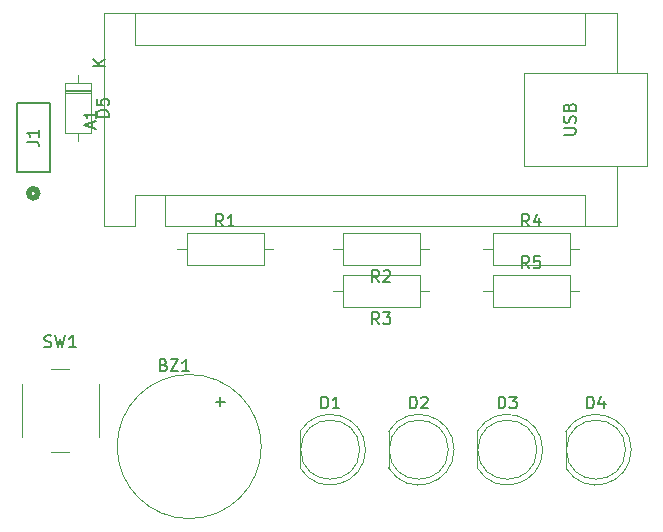
<source format=gbr>
%TF.GenerationSoftware,KiCad,Pcbnew,7.0.1*%
%TF.CreationDate,2024-11-28T00:40:51-08:00*%
%TF.ProjectId,puzzle_room,70757a7a-6c65-45f7-926f-6f6d2e6b6963,rev?*%
%TF.SameCoordinates,Original*%
%TF.FileFunction,Legend,Top*%
%TF.FilePolarity,Positive*%
%FSLAX46Y46*%
G04 Gerber Fmt 4.6, Leading zero omitted, Abs format (unit mm)*
G04 Created by KiCad (PCBNEW 7.0.1) date 2024-11-28 00:40:51*
%MOMM*%
%LPD*%
G01*
G04 APERTURE LIST*
%ADD10C,0.150000*%
%ADD11C,0.120000*%
%ADD12C,0.152400*%
%ADD13C,0.508000*%
G04 APERTURE END LIST*
D10*
%TO.C,BZ1*%
X127389047Y-63184809D02*
X127531904Y-63232428D01*
X127531904Y-63232428D02*
X127579523Y-63280047D01*
X127579523Y-63280047D02*
X127627142Y-63375285D01*
X127627142Y-63375285D02*
X127627142Y-63518142D01*
X127627142Y-63518142D02*
X127579523Y-63613380D01*
X127579523Y-63613380D02*
X127531904Y-63661000D01*
X127531904Y-63661000D02*
X127436666Y-63708619D01*
X127436666Y-63708619D02*
X127055714Y-63708619D01*
X127055714Y-63708619D02*
X127055714Y-62708619D01*
X127055714Y-62708619D02*
X127389047Y-62708619D01*
X127389047Y-62708619D02*
X127484285Y-62756238D01*
X127484285Y-62756238D02*
X127531904Y-62803857D01*
X127531904Y-62803857D02*
X127579523Y-62899095D01*
X127579523Y-62899095D02*
X127579523Y-62994333D01*
X127579523Y-62994333D02*
X127531904Y-63089571D01*
X127531904Y-63089571D02*
X127484285Y-63137190D01*
X127484285Y-63137190D02*
X127389047Y-63184809D01*
X127389047Y-63184809D02*
X127055714Y-63184809D01*
X127960476Y-62708619D02*
X128627142Y-62708619D01*
X128627142Y-62708619D02*
X127960476Y-63708619D01*
X127960476Y-63708619D02*
X128627142Y-63708619D01*
X129531904Y-63708619D02*
X128960476Y-63708619D01*
X129246190Y-63708619D02*
X129246190Y-62708619D01*
X129246190Y-62708619D02*
X129150952Y-62851476D01*
X129150952Y-62851476D02*
X129055714Y-62946714D01*
X129055714Y-62946714D02*
X128960476Y-62994333D01*
X132161666Y-66654951D02*
X132161666Y-65893047D01*
X132542619Y-66273999D02*
X131780714Y-66273999D01*
%TO.C,R5*%
X158329333Y-54978619D02*
X157996000Y-54502428D01*
X157757905Y-54978619D02*
X157757905Y-53978619D01*
X157757905Y-53978619D02*
X158138857Y-53978619D01*
X158138857Y-53978619D02*
X158234095Y-54026238D01*
X158234095Y-54026238D02*
X158281714Y-54073857D01*
X158281714Y-54073857D02*
X158329333Y-54169095D01*
X158329333Y-54169095D02*
X158329333Y-54311952D01*
X158329333Y-54311952D02*
X158281714Y-54407190D01*
X158281714Y-54407190D02*
X158234095Y-54454809D01*
X158234095Y-54454809D02*
X158138857Y-54502428D01*
X158138857Y-54502428D02*
X157757905Y-54502428D01*
X159234095Y-53978619D02*
X158757905Y-53978619D01*
X158757905Y-53978619D02*
X158710286Y-54454809D01*
X158710286Y-54454809D02*
X158757905Y-54407190D01*
X158757905Y-54407190D02*
X158853143Y-54359571D01*
X158853143Y-54359571D02*
X159091238Y-54359571D01*
X159091238Y-54359571D02*
X159186476Y-54407190D01*
X159186476Y-54407190D02*
X159234095Y-54454809D01*
X159234095Y-54454809D02*
X159281714Y-54550047D01*
X159281714Y-54550047D02*
X159281714Y-54788142D01*
X159281714Y-54788142D02*
X159234095Y-54883380D01*
X159234095Y-54883380D02*
X159186476Y-54931000D01*
X159186476Y-54931000D02*
X159091238Y-54978619D01*
X159091238Y-54978619D02*
X158853143Y-54978619D01*
X158853143Y-54978619D02*
X158757905Y-54931000D01*
X158757905Y-54931000D02*
X158710286Y-54883380D01*
%TO.C,J1*%
X115794619Y-44275333D02*
X116508904Y-44275333D01*
X116508904Y-44275333D02*
X116651761Y-44322952D01*
X116651761Y-44322952D02*
X116747000Y-44418190D01*
X116747000Y-44418190D02*
X116794619Y-44561047D01*
X116794619Y-44561047D02*
X116794619Y-44656285D01*
X116794619Y-43275333D02*
X116794619Y-43846761D01*
X116794619Y-43561047D02*
X115794619Y-43561047D01*
X115794619Y-43561047D02*
X115937476Y-43656285D01*
X115937476Y-43656285D02*
X116032714Y-43751523D01*
X116032714Y-43751523D02*
X116080333Y-43846761D01*
%TO.C,D4*%
X163239905Y-66850619D02*
X163239905Y-65850619D01*
X163239905Y-65850619D02*
X163478000Y-65850619D01*
X163478000Y-65850619D02*
X163620857Y-65898238D01*
X163620857Y-65898238D02*
X163716095Y-65993476D01*
X163716095Y-65993476D02*
X163763714Y-66088714D01*
X163763714Y-66088714D02*
X163811333Y-66279190D01*
X163811333Y-66279190D02*
X163811333Y-66422047D01*
X163811333Y-66422047D02*
X163763714Y-66612523D01*
X163763714Y-66612523D02*
X163716095Y-66707761D01*
X163716095Y-66707761D02*
X163620857Y-66803000D01*
X163620857Y-66803000D02*
X163478000Y-66850619D01*
X163478000Y-66850619D02*
X163239905Y-66850619D01*
X164668476Y-66183952D02*
X164668476Y-66850619D01*
X164430381Y-65803000D02*
X164192286Y-66517285D01*
X164192286Y-66517285D02*
X164811333Y-66517285D01*
%TO.C,R1*%
X132421333Y-51422619D02*
X132088000Y-50946428D01*
X131849905Y-51422619D02*
X131849905Y-50422619D01*
X131849905Y-50422619D02*
X132230857Y-50422619D01*
X132230857Y-50422619D02*
X132326095Y-50470238D01*
X132326095Y-50470238D02*
X132373714Y-50517857D01*
X132373714Y-50517857D02*
X132421333Y-50613095D01*
X132421333Y-50613095D02*
X132421333Y-50755952D01*
X132421333Y-50755952D02*
X132373714Y-50851190D01*
X132373714Y-50851190D02*
X132326095Y-50898809D01*
X132326095Y-50898809D02*
X132230857Y-50946428D01*
X132230857Y-50946428D02*
X131849905Y-50946428D01*
X133373714Y-51422619D02*
X132802286Y-51422619D01*
X133088000Y-51422619D02*
X133088000Y-50422619D01*
X133088000Y-50422619D02*
X132992762Y-50565476D01*
X132992762Y-50565476D02*
X132897524Y-50660714D01*
X132897524Y-50660714D02*
X132802286Y-50708333D01*
%TO.C,D3*%
X155739905Y-66850619D02*
X155739905Y-65850619D01*
X155739905Y-65850619D02*
X155978000Y-65850619D01*
X155978000Y-65850619D02*
X156120857Y-65898238D01*
X156120857Y-65898238D02*
X156216095Y-65993476D01*
X156216095Y-65993476D02*
X156263714Y-66088714D01*
X156263714Y-66088714D02*
X156311333Y-66279190D01*
X156311333Y-66279190D02*
X156311333Y-66422047D01*
X156311333Y-66422047D02*
X156263714Y-66612523D01*
X156263714Y-66612523D02*
X156216095Y-66707761D01*
X156216095Y-66707761D02*
X156120857Y-66803000D01*
X156120857Y-66803000D02*
X155978000Y-66850619D01*
X155978000Y-66850619D02*
X155739905Y-66850619D01*
X156644667Y-65850619D02*
X157263714Y-65850619D01*
X157263714Y-65850619D02*
X156930381Y-66231571D01*
X156930381Y-66231571D02*
X157073238Y-66231571D01*
X157073238Y-66231571D02*
X157168476Y-66279190D01*
X157168476Y-66279190D02*
X157216095Y-66326809D01*
X157216095Y-66326809D02*
X157263714Y-66422047D01*
X157263714Y-66422047D02*
X157263714Y-66660142D01*
X157263714Y-66660142D02*
X157216095Y-66755380D01*
X157216095Y-66755380D02*
X157168476Y-66803000D01*
X157168476Y-66803000D02*
X157073238Y-66850619D01*
X157073238Y-66850619D02*
X156787524Y-66850619D01*
X156787524Y-66850619D02*
X156692286Y-66803000D01*
X156692286Y-66803000D02*
X156644667Y-66755380D01*
%TO.C,D2*%
X148239905Y-66850619D02*
X148239905Y-65850619D01*
X148239905Y-65850619D02*
X148478000Y-65850619D01*
X148478000Y-65850619D02*
X148620857Y-65898238D01*
X148620857Y-65898238D02*
X148716095Y-65993476D01*
X148716095Y-65993476D02*
X148763714Y-66088714D01*
X148763714Y-66088714D02*
X148811333Y-66279190D01*
X148811333Y-66279190D02*
X148811333Y-66422047D01*
X148811333Y-66422047D02*
X148763714Y-66612523D01*
X148763714Y-66612523D02*
X148716095Y-66707761D01*
X148716095Y-66707761D02*
X148620857Y-66803000D01*
X148620857Y-66803000D02*
X148478000Y-66850619D01*
X148478000Y-66850619D02*
X148239905Y-66850619D01*
X149192286Y-65945857D02*
X149239905Y-65898238D01*
X149239905Y-65898238D02*
X149335143Y-65850619D01*
X149335143Y-65850619D02*
X149573238Y-65850619D01*
X149573238Y-65850619D02*
X149668476Y-65898238D01*
X149668476Y-65898238D02*
X149716095Y-65945857D01*
X149716095Y-65945857D02*
X149763714Y-66041095D01*
X149763714Y-66041095D02*
X149763714Y-66136333D01*
X149763714Y-66136333D02*
X149716095Y-66279190D01*
X149716095Y-66279190D02*
X149144667Y-66850619D01*
X149144667Y-66850619D02*
X149763714Y-66850619D01*
%TO.C,R3*%
X145629333Y-59718619D02*
X145296000Y-59242428D01*
X145057905Y-59718619D02*
X145057905Y-58718619D01*
X145057905Y-58718619D02*
X145438857Y-58718619D01*
X145438857Y-58718619D02*
X145534095Y-58766238D01*
X145534095Y-58766238D02*
X145581714Y-58813857D01*
X145581714Y-58813857D02*
X145629333Y-58909095D01*
X145629333Y-58909095D02*
X145629333Y-59051952D01*
X145629333Y-59051952D02*
X145581714Y-59147190D01*
X145581714Y-59147190D02*
X145534095Y-59194809D01*
X145534095Y-59194809D02*
X145438857Y-59242428D01*
X145438857Y-59242428D02*
X145057905Y-59242428D01*
X145962667Y-58718619D02*
X146581714Y-58718619D01*
X146581714Y-58718619D02*
X146248381Y-59099571D01*
X146248381Y-59099571D02*
X146391238Y-59099571D01*
X146391238Y-59099571D02*
X146486476Y-59147190D01*
X146486476Y-59147190D02*
X146534095Y-59194809D01*
X146534095Y-59194809D02*
X146581714Y-59290047D01*
X146581714Y-59290047D02*
X146581714Y-59528142D01*
X146581714Y-59528142D02*
X146534095Y-59623380D01*
X146534095Y-59623380D02*
X146486476Y-59671000D01*
X146486476Y-59671000D02*
X146391238Y-59718619D01*
X146391238Y-59718619D02*
X146105524Y-59718619D01*
X146105524Y-59718619D02*
X146010286Y-59671000D01*
X146010286Y-59671000D02*
X145962667Y-59623380D01*
%TO.C,SW1*%
X117284667Y-61629000D02*
X117427524Y-61676619D01*
X117427524Y-61676619D02*
X117665619Y-61676619D01*
X117665619Y-61676619D02*
X117760857Y-61629000D01*
X117760857Y-61629000D02*
X117808476Y-61581380D01*
X117808476Y-61581380D02*
X117856095Y-61486142D01*
X117856095Y-61486142D02*
X117856095Y-61390904D01*
X117856095Y-61390904D02*
X117808476Y-61295666D01*
X117808476Y-61295666D02*
X117760857Y-61248047D01*
X117760857Y-61248047D02*
X117665619Y-61200428D01*
X117665619Y-61200428D02*
X117475143Y-61152809D01*
X117475143Y-61152809D02*
X117379905Y-61105190D01*
X117379905Y-61105190D02*
X117332286Y-61057571D01*
X117332286Y-61057571D02*
X117284667Y-60962333D01*
X117284667Y-60962333D02*
X117284667Y-60867095D01*
X117284667Y-60867095D02*
X117332286Y-60771857D01*
X117332286Y-60771857D02*
X117379905Y-60724238D01*
X117379905Y-60724238D02*
X117475143Y-60676619D01*
X117475143Y-60676619D02*
X117713238Y-60676619D01*
X117713238Y-60676619D02*
X117856095Y-60724238D01*
X118189429Y-60676619D02*
X118427524Y-61676619D01*
X118427524Y-61676619D02*
X118618000Y-60962333D01*
X118618000Y-60962333D02*
X118808476Y-61676619D01*
X118808476Y-61676619D02*
X119046572Y-60676619D01*
X119951333Y-61676619D02*
X119379905Y-61676619D01*
X119665619Y-61676619D02*
X119665619Y-60676619D01*
X119665619Y-60676619D02*
X119570381Y-60819476D01*
X119570381Y-60819476D02*
X119475143Y-60914714D01*
X119475143Y-60914714D02*
X119379905Y-60962333D01*
%TO.C,R4*%
X158329333Y-51422619D02*
X157996000Y-50946428D01*
X157757905Y-51422619D02*
X157757905Y-50422619D01*
X157757905Y-50422619D02*
X158138857Y-50422619D01*
X158138857Y-50422619D02*
X158234095Y-50470238D01*
X158234095Y-50470238D02*
X158281714Y-50517857D01*
X158281714Y-50517857D02*
X158329333Y-50613095D01*
X158329333Y-50613095D02*
X158329333Y-50755952D01*
X158329333Y-50755952D02*
X158281714Y-50851190D01*
X158281714Y-50851190D02*
X158234095Y-50898809D01*
X158234095Y-50898809D02*
X158138857Y-50946428D01*
X158138857Y-50946428D02*
X157757905Y-50946428D01*
X159186476Y-50755952D02*
X159186476Y-51422619D01*
X158948381Y-50375000D02*
X158710286Y-51089285D01*
X158710286Y-51089285D02*
X159329333Y-51089285D01*
%TO.C,D5*%
X122724619Y-42140094D02*
X121724619Y-42140094D01*
X121724619Y-42140094D02*
X121724619Y-41901999D01*
X121724619Y-41901999D02*
X121772238Y-41759142D01*
X121772238Y-41759142D02*
X121867476Y-41663904D01*
X121867476Y-41663904D02*
X121962714Y-41616285D01*
X121962714Y-41616285D02*
X122153190Y-41568666D01*
X122153190Y-41568666D02*
X122296047Y-41568666D01*
X122296047Y-41568666D02*
X122486523Y-41616285D01*
X122486523Y-41616285D02*
X122581761Y-41663904D01*
X122581761Y-41663904D02*
X122677000Y-41759142D01*
X122677000Y-41759142D02*
X122724619Y-41901999D01*
X122724619Y-41901999D02*
X122724619Y-42140094D01*
X121724619Y-40663904D02*
X121724619Y-41140094D01*
X121724619Y-41140094D02*
X122200809Y-41187713D01*
X122200809Y-41187713D02*
X122153190Y-41140094D01*
X122153190Y-41140094D02*
X122105571Y-41044856D01*
X122105571Y-41044856D02*
X122105571Y-40806761D01*
X122105571Y-40806761D02*
X122153190Y-40711523D01*
X122153190Y-40711523D02*
X122200809Y-40663904D01*
X122200809Y-40663904D02*
X122296047Y-40616285D01*
X122296047Y-40616285D02*
X122534142Y-40616285D01*
X122534142Y-40616285D02*
X122629380Y-40663904D01*
X122629380Y-40663904D02*
X122677000Y-40711523D01*
X122677000Y-40711523D02*
X122724619Y-40806761D01*
X122724619Y-40806761D02*
X122724619Y-41044856D01*
X122724619Y-41044856D02*
X122677000Y-41140094D01*
X122677000Y-41140094D02*
X122629380Y-41187713D01*
X122404619Y-37853904D02*
X121404619Y-37853904D01*
X122404619Y-37282476D02*
X121833190Y-37711047D01*
X121404619Y-37282476D02*
X121976047Y-37853904D01*
%TO.C,A1*%
X121334904Y-43122285D02*
X121334904Y-42646095D01*
X121620619Y-43217523D02*
X120620619Y-42884190D01*
X120620619Y-42884190D02*
X121620619Y-42550857D01*
X121620619Y-41693714D02*
X121620619Y-42265142D01*
X121620619Y-41979428D02*
X120620619Y-41979428D01*
X120620619Y-41979428D02*
X120763476Y-42074666D01*
X120763476Y-42074666D02*
X120858714Y-42169904D01*
X120858714Y-42169904D02*
X120906333Y-42265142D01*
X161260619Y-43669904D02*
X162070142Y-43669904D01*
X162070142Y-43669904D02*
X162165380Y-43622285D01*
X162165380Y-43622285D02*
X162213000Y-43574666D01*
X162213000Y-43574666D02*
X162260619Y-43479428D01*
X162260619Y-43479428D02*
X162260619Y-43288952D01*
X162260619Y-43288952D02*
X162213000Y-43193714D01*
X162213000Y-43193714D02*
X162165380Y-43146095D01*
X162165380Y-43146095D02*
X162070142Y-43098476D01*
X162070142Y-43098476D02*
X161260619Y-43098476D01*
X162213000Y-42669904D02*
X162260619Y-42527047D01*
X162260619Y-42527047D02*
X162260619Y-42288952D01*
X162260619Y-42288952D02*
X162213000Y-42193714D01*
X162213000Y-42193714D02*
X162165380Y-42146095D01*
X162165380Y-42146095D02*
X162070142Y-42098476D01*
X162070142Y-42098476D02*
X161974904Y-42098476D01*
X161974904Y-42098476D02*
X161879666Y-42146095D01*
X161879666Y-42146095D02*
X161832047Y-42193714D01*
X161832047Y-42193714D02*
X161784428Y-42288952D01*
X161784428Y-42288952D02*
X161736809Y-42479428D01*
X161736809Y-42479428D02*
X161689190Y-42574666D01*
X161689190Y-42574666D02*
X161641571Y-42622285D01*
X161641571Y-42622285D02*
X161546333Y-42669904D01*
X161546333Y-42669904D02*
X161451095Y-42669904D01*
X161451095Y-42669904D02*
X161355857Y-42622285D01*
X161355857Y-42622285D02*
X161308238Y-42574666D01*
X161308238Y-42574666D02*
X161260619Y-42479428D01*
X161260619Y-42479428D02*
X161260619Y-42241333D01*
X161260619Y-42241333D02*
X161308238Y-42098476D01*
X161736809Y-41336571D02*
X161784428Y-41193714D01*
X161784428Y-41193714D02*
X161832047Y-41146095D01*
X161832047Y-41146095D02*
X161927285Y-41098476D01*
X161927285Y-41098476D02*
X162070142Y-41098476D01*
X162070142Y-41098476D02*
X162165380Y-41146095D01*
X162165380Y-41146095D02*
X162213000Y-41193714D01*
X162213000Y-41193714D02*
X162260619Y-41288952D01*
X162260619Y-41288952D02*
X162260619Y-41669904D01*
X162260619Y-41669904D02*
X161260619Y-41669904D01*
X161260619Y-41669904D02*
X161260619Y-41336571D01*
X161260619Y-41336571D02*
X161308238Y-41241333D01*
X161308238Y-41241333D02*
X161355857Y-41193714D01*
X161355857Y-41193714D02*
X161451095Y-41146095D01*
X161451095Y-41146095D02*
X161546333Y-41146095D01*
X161546333Y-41146095D02*
X161641571Y-41193714D01*
X161641571Y-41193714D02*
X161689190Y-41241333D01*
X161689190Y-41241333D02*
X161736809Y-41336571D01*
X161736809Y-41336571D02*
X161736809Y-41669904D01*
%TO.C,R2*%
X145629333Y-56162619D02*
X145296000Y-55686428D01*
X145057905Y-56162619D02*
X145057905Y-55162619D01*
X145057905Y-55162619D02*
X145438857Y-55162619D01*
X145438857Y-55162619D02*
X145534095Y-55210238D01*
X145534095Y-55210238D02*
X145581714Y-55257857D01*
X145581714Y-55257857D02*
X145629333Y-55353095D01*
X145629333Y-55353095D02*
X145629333Y-55495952D01*
X145629333Y-55495952D02*
X145581714Y-55591190D01*
X145581714Y-55591190D02*
X145534095Y-55638809D01*
X145534095Y-55638809D02*
X145438857Y-55686428D01*
X145438857Y-55686428D02*
X145057905Y-55686428D01*
X146010286Y-55257857D02*
X146057905Y-55210238D01*
X146057905Y-55210238D02*
X146153143Y-55162619D01*
X146153143Y-55162619D02*
X146391238Y-55162619D01*
X146391238Y-55162619D02*
X146486476Y-55210238D01*
X146486476Y-55210238D02*
X146534095Y-55257857D01*
X146534095Y-55257857D02*
X146581714Y-55353095D01*
X146581714Y-55353095D02*
X146581714Y-55448333D01*
X146581714Y-55448333D02*
X146534095Y-55591190D01*
X146534095Y-55591190D02*
X145962667Y-56162619D01*
X145962667Y-56162619D02*
X146581714Y-56162619D01*
%TO.C,D1*%
X140739905Y-66850619D02*
X140739905Y-65850619D01*
X140739905Y-65850619D02*
X140978000Y-65850619D01*
X140978000Y-65850619D02*
X141120857Y-65898238D01*
X141120857Y-65898238D02*
X141216095Y-65993476D01*
X141216095Y-65993476D02*
X141263714Y-66088714D01*
X141263714Y-66088714D02*
X141311333Y-66279190D01*
X141311333Y-66279190D02*
X141311333Y-66422047D01*
X141311333Y-66422047D02*
X141263714Y-66612523D01*
X141263714Y-66612523D02*
X141216095Y-66707761D01*
X141216095Y-66707761D02*
X141120857Y-66803000D01*
X141120857Y-66803000D02*
X140978000Y-66850619D01*
X140978000Y-66850619D02*
X140739905Y-66850619D01*
X142263714Y-66850619D02*
X141692286Y-66850619D01*
X141978000Y-66850619D02*
X141978000Y-65850619D01*
X141978000Y-65850619D02*
X141882762Y-65993476D01*
X141882762Y-65993476D02*
X141787524Y-66088714D01*
X141787524Y-66088714D02*
X141692286Y-66136333D01*
D11*
%TO.C,BZ1*%
X135640000Y-70084000D02*
G75*
G03*
X135640000Y-70084000I-6100000J0D01*
G01*
%TO.C,R5*%
X154456000Y-56886000D02*
X155226000Y-56886000D01*
X155226000Y-55516000D02*
X155226000Y-58256000D01*
X155226000Y-58256000D02*
X161766000Y-58256000D01*
X161766000Y-55516000D02*
X155226000Y-55516000D01*
X161766000Y-58256000D02*
X161766000Y-55516000D01*
X162536000Y-56886000D02*
X161766000Y-56886000D01*
D12*
%TO.C,J1*%
X114935000Y-46863000D02*
X117729000Y-46863000D01*
X117729000Y-46863000D02*
X117729000Y-41021000D01*
X114935000Y-41021000D02*
X114935000Y-46863000D01*
X117729000Y-41021000D02*
X114935000Y-41021000D01*
D13*
X116713000Y-48641000D02*
G75*
G03*
X116713000Y-48641000I-381000J0D01*
G01*
D11*
%TO.C,D4*%
X161418000Y-68803000D02*
X161418000Y-71893000D01*
X166967999Y-70348462D02*
G75*
G03*
X161418001Y-68803170I-2989999J462D01*
G01*
X161418000Y-71892830D02*
G75*
G03*
X166968000Y-70347538I2560000J1544830D01*
G01*
X166478000Y-70348000D02*
G75*
G03*
X166478000Y-70348000I-2500000J0D01*
G01*
%TO.C,R1*%
X128548000Y-53330000D02*
X129318000Y-53330000D01*
X129318000Y-51960000D02*
X129318000Y-54700000D01*
X129318000Y-54700000D02*
X135858000Y-54700000D01*
X135858000Y-51960000D02*
X129318000Y-51960000D01*
X135858000Y-54700000D02*
X135858000Y-51960000D01*
X136628000Y-53330000D02*
X135858000Y-53330000D01*
%TO.C,D3*%
X153918000Y-68803000D02*
X153918000Y-71893000D01*
X159467999Y-70348462D02*
G75*
G03*
X153918001Y-68803170I-2989999J462D01*
G01*
X153918000Y-71892830D02*
G75*
G03*
X159468000Y-70347538I2560000J1544830D01*
G01*
X158978000Y-70348000D02*
G75*
G03*
X158978000Y-70348000I-2500000J0D01*
G01*
%TO.C,D2*%
X146418000Y-68803000D02*
X146418000Y-71893000D01*
X151967999Y-70348462D02*
G75*
G03*
X146418001Y-68803170I-2989999J462D01*
G01*
X146418000Y-71892830D02*
G75*
G03*
X151968000Y-70347538I2560000J1544830D01*
G01*
X151478000Y-70348000D02*
G75*
G03*
X151478000Y-70348000I-2500000J0D01*
G01*
%TO.C,R3*%
X149836000Y-56886000D02*
X149066000Y-56886000D01*
X149066000Y-58256000D02*
X149066000Y-55516000D01*
X149066000Y-55516000D02*
X142526000Y-55516000D01*
X142526000Y-58256000D02*
X149066000Y-58256000D01*
X142526000Y-55516000D02*
X142526000Y-58256000D01*
X141756000Y-56886000D02*
X142526000Y-56886000D01*
%TO.C,SW1*%
X117868000Y-70556000D02*
X119368000Y-70556000D01*
X121868000Y-69306000D02*
X121868000Y-64806000D01*
X115368000Y-64806000D02*
X115368000Y-69306000D01*
X119368000Y-63556000D02*
X117868000Y-63556000D01*
%TO.C,R4*%
X154456000Y-53330000D02*
X155226000Y-53330000D01*
X155226000Y-51960000D02*
X155226000Y-54700000D01*
X155226000Y-54700000D02*
X161766000Y-54700000D01*
X161766000Y-51960000D02*
X155226000Y-51960000D01*
X161766000Y-54700000D02*
X161766000Y-51960000D01*
X162536000Y-53330000D02*
X161766000Y-53330000D01*
%TO.C,D5*%
X120142000Y-38632000D02*
X120142000Y-39282000D01*
X121262000Y-39282000D02*
X119022000Y-39282000D01*
X119022000Y-39282000D02*
X119022000Y-43522000D01*
X121262000Y-39882000D02*
X119022000Y-39882000D01*
X121262000Y-40002000D02*
X119022000Y-40002000D01*
X121262000Y-40122000D02*
X119022000Y-40122000D01*
X121262000Y-43522000D02*
X121262000Y-39282000D01*
X119022000Y-43522000D02*
X121262000Y-43522000D01*
X120142000Y-44172000D02*
X120142000Y-43522000D01*
%TO.C,A1*%
X122298000Y-51428000D02*
X124968000Y-51428000D01*
X127508000Y-51428000D02*
X165738000Y-51428000D01*
X165738000Y-51428000D02*
X165738000Y-46348000D01*
X124968000Y-48758000D02*
X124968000Y-51428000D01*
X127508000Y-48758000D02*
X127508000Y-51428000D01*
X127508000Y-48758000D02*
X124968000Y-48758000D01*
X127508000Y-48758000D02*
X163068000Y-48758000D01*
X163068000Y-48758000D02*
X163068000Y-51428000D01*
X157858000Y-46348000D02*
X157858000Y-38468000D01*
X168278000Y-46348000D02*
X157858000Y-46348000D01*
X157858000Y-38468000D02*
X168278000Y-38468000D01*
X168278000Y-38468000D02*
X168278000Y-46348000D01*
X124968000Y-36058000D02*
X163068000Y-36058000D01*
X124968000Y-36058000D02*
X124968000Y-33388000D01*
X163068000Y-36058000D02*
X163068000Y-33388000D01*
X122298000Y-33388000D02*
X122298000Y-51428000D01*
X165738000Y-33388000D02*
X165738000Y-38468000D01*
X165738000Y-33388000D02*
X122298000Y-33388000D01*
%TO.C,R2*%
X149836000Y-53330000D02*
X149066000Y-53330000D01*
X149066000Y-54700000D02*
X149066000Y-51960000D01*
X149066000Y-51960000D02*
X142526000Y-51960000D01*
X142526000Y-54700000D02*
X149066000Y-54700000D01*
X142526000Y-51960000D02*
X142526000Y-54700000D01*
X141756000Y-53330000D02*
X142526000Y-53330000D01*
%TO.C,D1*%
X138918000Y-68803000D02*
X138918000Y-71893000D01*
X144467999Y-70348462D02*
G75*
G03*
X138918001Y-68803170I-2989999J462D01*
G01*
X138918000Y-71892830D02*
G75*
G03*
X144468000Y-70347538I2560000J1544830D01*
G01*
X143978000Y-70348000D02*
G75*
G03*
X143978000Y-70348000I-2500000J0D01*
G01*
%TD*%
M02*

</source>
